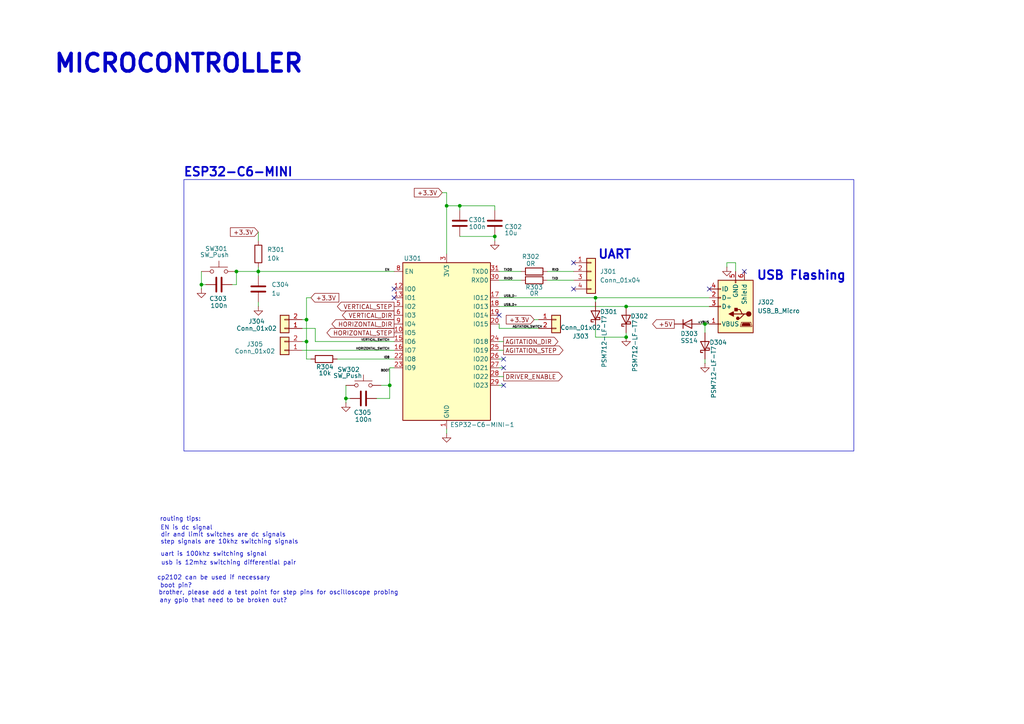
<source format=kicad_sch>
(kicad_sch (version 20250114) (generator "eeschema") (generator_version "9.0")
  (paper "A4")
  (lib_symbols
    (symbol "Connector:USB_B_Micro" (pin_names (offset 1.016))
      (property "Reference" "J" (at -5.08 11.43 0))
      (property "Value" "USB_B_Micro" (at -5.08 8.89 0))
      (symbol "USB_B_Micro_0_1"
        (rectangle (start -5.08 -7.62) (end 5.08 7.62) (stroke (width 0.254)) (fill (type background)))
        (polyline (pts (xy -4.699 5.842) (xy -4.699 5.588) (xy -4.445 4.826) (xy -4.445 4.572) (xy -1.651 4.572) (xy -1.651 4.826) (xy -1.397 5.588) (xy -1.397 5.842) (xy -4.699 5.842)))
        (polyline (pts (xy -4.318 5.588) (xy -1.778 5.588) (xy -2.032 4.826) (xy -4.064 4.826) (xy -4.318 5.588)) (fill (type outline)))
        (circle (center -3.81 2.159) (radius 0.635) (stroke (width 0.254)) (fill (type outline)))
        (polyline (pts (xy -3.175 2.159) (xy -2.54 2.159) (xy -1.27 3.429) (xy -0.635 3.429)) (stroke (width 0.254)))
        (polyline (pts (xy -2.54 2.159) (xy -1.905 2.159) (xy -1.27 0.889) (xy 0 0.889)) (stroke (width 0.254)))
        (polyline (pts (xy -1.905 2.159) (xy 0.635 2.159)) (stroke (width 0.254)))
        (circle (center -0.635 3.429) (radius 0.381) (stroke (width 0.254)) (fill (type outline)))
        (rectangle (start -0.127 -7.62) (end 0.127 -6.858))
        (rectangle (start 0.254 1.27) (end -0.508 0.508) (stroke (width 0.254)) (fill (type outline)))
        (polyline (pts (xy 0.635 2.794) (xy 0.635 1.524) (xy 1.905 2.159) (xy 0.635 2.794)) (stroke (width 0.254)) (fill (type outline)))
        (rectangle (start 5.08 4.953) (end 4.318 5.207))
        (rectangle (start 5.08 -0.127) (end 4.318 0.127))
        (rectangle (start 5.08 -2.667) (end 4.318 -2.413))
        (rectangle (start 5.08 -5.207) (end 4.318 -4.953))
      )
      (symbol "USB_B_Micro_1_1"
        (pin passive line (at -2.54 -10.16 90) (length 2.54) (name "Shield") (number "6"))
        (pin power_out line (at 0 -10.16 90) (length 2.54) (name "GND") (number "5"))
        (pin power_out line (at 7.62 5.08 180) (length 2.54) (name "VBUS") (number "1"))
        (pin bidirectional line (at 7.62 0 180) (length 2.54) (name "D+") (number "3"))
        (pin bidirectional line (at 7.62 -2.54 180) (length 2.54) (name "D-") (number "2"))
        (pin passive line (at 7.62 -5.08 180) (length 2.54) (name "ID") (number "4"))
      )
    )
    (symbol "Connector_Generic:Conn_01x02" (pin_names (offset 1.016) (hide yes))
      (property "Reference" "J" (at 0 2.54 0))
      (property "Value" "Conn_01x02" (at 0 -5.08 0))
      (symbol "Conn_01x02_1_1"
        (rectangle (start -1.27 1.27) (end 1.27 -3.81) (stroke (width 0.254)) (fill (type background)))
        (rectangle (start -1.27 0.127) (end 0 -0.127) (stroke (width 0.1524)))
        (rectangle (start -1.27 -2.413) (end 0 -2.667) (stroke (width 0.1524)))
        (pin passive line (at -5.08 0 0) (length 3.81) (name "Pin_1") (number "1"))
        (pin passive line (at -5.08 -2.54 0) (length 3.81) (name "Pin_2") (number "2"))
      )
    )
    (symbol "Connector_Generic:Conn_01x04" (pin_names (offset 1.016) (hide yes))
      (property "Reference" "J" (at 0 5.08 0))
      (property "Value" "Conn_01x04" (at 0 -7.62 0))
      (symbol "Conn_01x04_1_1"
        (rectangle (start -1.27 3.81) (end 1.27 -6.35) (stroke (width 0.254)) (fill (type background)))
        (rectangle (start -1.27 2.667) (end 0 2.413) (stroke (width 0.1524)))
        (rectangle (start -1.27 0.127) (end 0 -0.127) (stroke (width 0.1524)))
        (rectangle (start -1.27 -2.413) (end 0 -2.667) (stroke (width 0.1524)))
        (rectangle (start -1.27 -4.953) (end 0 -5.207) (stroke (width 0.1524)))
        (pin passive line (at -5.08 2.54 0) (length 3.81) (name "Pin_1") (number "1"))
        (pin passive line (at -5.08 0 0) (length 3.81) (name "Pin_2") (number "2"))
        (pin passive line (at -5.08 -2.54 0) (length 3.81) (name "Pin_3") (number "3"))
        (pin passive line (at -5.08 -5.08 0) (length 3.81) (name "Pin_4") (number "4"))
      )
    )
    (symbol "Device:C" (pin_numbers (hide yes)) (pin_names (offset 0.254))
      (property "Reference" "C" (at 0.635 2.54 0))
      (property "Value" "C" (at 0.635 -2.54 0))
      (symbol "C_0_1"
        (polyline (pts (xy -2.032 0.762) (xy 2.032 0.762)) (stroke (width 0.508)))
        (polyline (pts (xy -2.032 -0.762) (xy 2.032 -0.762)) (stroke (width 0.508)))
      )
      (symbol "C_1_1"
        (pin passive line (at 0 3.81 270) (length 2.794) (name "~") (number "1"))
        (pin passive line (at 0 -3.81 90) (length 2.794) (name "~") (number "2"))
      )
    )
    (symbol "Device:D" (pin_numbers (hide yes)) (pin_names (offset 1.016) (hide yes))
      (property "Reference" "D" (at 0 2.54 0))
      (property "Value" "D" (at 0 -2.54 0))
      (symbol "D_0_1"
        (polyline (pts (xy -1.27 1.27) (xy -1.27 -1.27)) (stroke (width 0.254)))
        (polyline (pts (xy 1.27 1.27) (xy 1.27 -1.27) (xy -1.27 0) (xy 1.27 1.27)) (stroke (width 0.254)))
        (polyline (pts (xy 1.27 0) (xy -1.27 0)))
      )
      (symbol "D_1_1"
        (pin passive line (at -3.81 0 0) (length 2.54) (name "K") (number "1"))
        (pin passive line (at 3.81 0 180) (length 2.54) (name "A") (number "2"))
      )
    )
    (symbol "Device:D_Schottky" (pin_numbers (hide yes)) (pin_names (offset 1.016) (hide yes))
      (property "Reference" "D" (at 0 2.54 0))
      (property "Value" "D_Schottky" (at 0 -2.54 0))
      (symbol "D_Schottky_0_1"
        (polyline (pts (xy -1.905 0.635) (xy -1.905 1.27) (xy -1.27 1.27) (xy -1.27 -1.27) (xy -0.635 -1.27) (xy -0.635 -0.635)) (stroke (width 0.254)))
        (polyline (pts (xy 1.27 1.27) (xy 1.27 -1.27) (xy -1.27 0) (xy 1.27 1.27)) (stroke (width 0.254)))
        (polyline (pts (xy 1.27 0) (xy -1.27 0)))
      )
      (symbol "D_Schottky_1_1"
        (pin passive line (at -3.81 0 0) (length 2.54) (name "K") (number "1"))
        (pin passive line (at 3.81 0 180) (length 2.54) (name "A") (number "2"))
      )
    )
    (symbol "Device:R" (pin_numbers (hide yes)) (pin_names (offset 0))
      (property "Reference" "R" (at 2.032 0 90))
      (property "Value" "R" (at 0 0 90))
      (symbol "R_0_1"
        (rectangle (start -1.016 -2.54) (end 1.016 2.54) (stroke (width 0.254)))
      )
      (symbol "R_1_1"
        (pin passive line (at 0 3.81 270) (length 1.27) (name "~") (number "1"))
        (pin passive line (at 0 -3.81 90) (length 1.27) (name "~") (number "2"))
      )
    )
    (symbol "RF_Module:ESP32-C6-MINI-1"
      (property "Reference" "U" (at -11.43 24.13 0))
      (property "Value" "ESP32-C6-MINI-1" (at 12.7 24.13 0))
      (symbol "ESP32-C6-MINI-1_0_1"
        (rectangle (start -12.7 22.86) (end 12.7 -22.86) (stroke (width 0.254)) (fill (type background)))
      )
      (symbol "ESP32-C6-MINI-1_1_1"
        (pin input line (at -15.24 20.32 0) (length 2.54) (name "EN") (number "8"))
        (pin bidirectional line (at -15.24 15.24 0) (length 2.54) (name "IO0") (number "12"))
        (pin bidirectional line (at -15.24 12.7 0) (length 2.54) (name "IO1") (number "13"))
        (pin bidirectional line (at -15.24 10.16 0) (length 2.54) (name "IO2") (number "5"))
        (pin bidirectional line (at -15.24 7.62 0) (length 2.54) (name "IO3") (number "6"))
        (pin bidirectional line (at -15.24 5.08 0) (length 2.54) (name "IO4") (number "9"))
        (pin bidirectional line (at -15.24 2.54 0) (length 2.54) (name "IO5") (number "10"))
        (pin bidirectional line (at -15.24 0 0) (length 2.54) (name "IO6") (number "15"))
        (pin bidirectional line (at -15.24 -2.54 0) (length 2.54) (name "IO7") (number "16"))
        (pin bidirectional line (at -15.24 -5.08 0) (length 2.54) (name "IO8") (number "22"))
        (pin bidirectional line (at -15.24 -7.62 0) (length 2.54) (name "IO9") (number "23"))
        (pin no_connect line (at -12.7 -12.7 0) (length 2.54) (hide yes) (name "NC") (number "32"))
        (pin no_connect line (at -12.7 -15.24 0) (length 2.54) (hide yes) (name "NC") (number "33"))
        (pin no_connect line (at -12.7 -17.78 0) (length 2.54) (hide yes) (name "NC") (number "34"))
        (pin no_connect line (at -12.7 -20.32 0) (length 2.54) (hide yes) (name "NC") (number "35"))
        (pin power_in line (at 0 25.4 270) (length 2.54) (name "3V3") (number "3"))
        (pin power_in line (at 0 -25.4 90) (length 2.54) (name "GND") (number "1"))
        (pin passive line (at 0 -25.4 90) (length 2.54) (hide yes) (name "GND") (number "11"))
        (pin passive line (at 0 -25.4 90) (length 2.54) (hide yes) (name "GND") (number "14"))
        (pin passive line (at 0 -25.4 90) (length 2.54) (hide yes) (name "GND") (number "2"))
        (pin passive line (at 0 -25.4 90) (length 2.54) (hide yes) (name "GND") (number "36"))
        (pin passive line (at 0 -25.4 90) (length 2.54) (hide yes) (name "GND") (number "37"))
        (pin passive line (at 0 -25.4 90) (length 2.54) (hide yes) (name "GND") (number "38"))
        (pin passive line (at 0 -25.4 90) (length 2.54) (hide yes) (name "GND") (number "39"))
        (pin passive line (at 0 -25.4 90) (length 2.54) (hide yes) (name "GND") (number "40"))
        (pin passive line (at 0 -25.4 90) (length 2.54) (hide yes) (name "GND") (number "41"))
        (pin passive line (at 0 -25.4 90) (length 2.54) (hide yes) (name "GND") (number "42"))
        (pin passive line (at 0 -25.4 90) (length 2.54) (hide yes) (name "GND") (number "43"))
        (pin passive line (at 0 -25.4 90) (length 2.54) (hide yes) (name "GND") (number "44"))
        (pin passive line (at 0 -25.4 90) (length 2.54) (hide yes) (name "GND") (number "45"))
        (pin passive line (at 0 -25.4 90) (length 2.54) (hide yes) (name "GND") (number "46"))
        (pin passive line (at 0 -25.4 90) (length 2.54) (hide yes) (name "GND") (number "47"))
        (pin passive line (at 0 -25.4 90) (length 2.54) (hide yes) (name "GND") (number "48"))
        (pin passive line (at 0 -25.4 90) (length 2.54) (hide yes) (name "GND") (number "49"))
        (pin passive line (at 0 -25.4 90) (length 2.54) (hide yes) (name "GND") (number "50"))
        (pin passive line (at 0 -25.4 90) (length 2.54) (hide yes) (name "GND") (number "51"))
        (pin passive line (at 0 -25.4 90) (length 2.54) (hide yes) (name "GND") (number "52"))
        (pin passive line (at 0 -25.4 90) (length 2.54) (hide yes) (name "GND") (number "53"))
        (pin no_connect line (at 12.7 -15.24 180) (length 2.54) (hide yes) (name "NC") (number "4"))
        (pin no_connect line (at 12.7 -17.78 180) (length 2.54) (hide yes) (name "NC") (number "7"))
        (pin no_connect line (at 12.7 -20.32 180) (length 2.54) (hide yes) (name "NC") (number "21"))
        (pin bidirectional line (at 15.24 20.32 180) (length 2.54) (name "TXD0") (number "31"))
        (pin bidirectional line (at 15.24 17.78 180) (length 2.54) (name "RXD0") (number "30"))
        (pin bidirectional line (at 15.24 12.7 180) (length 2.54) (name "IO12") (number "17"))
        (pin bidirectional line (at 15.24 10.16 180) (length 2.54) (name "IO13") (number "18"))
        (pin bidirectional line (at 15.24 7.62 180) (length 2.54) (name "IO14") (number "19"))
        (pin bidirectional line (at 15.24 5.08 180) (length 2.54) (name "IO15") (number "20"))
        (pin bidirectional line (at 15.24 0 180) (length 2.54) (name "IO18") (number "24"))
        (pin bidirectional line (at 15.24 -2.54 180) (length 2.54) (name "IO19") (number "25"))
        (pin bidirectional line (at 15.24 -5.08 180) (length 2.54) (name "IO20") (number "26"))
        (pin bidirectional line (at 15.24 -7.62 180) (length 2.54) (name "IO21") (number "27"))
        (pin bidirectional line (at 15.24 -10.16 180) (length 2.54) (name "IO22") (number "28"))
        (pin bidirectional line (at 15.24 -12.7 180) (length 2.54) (name "IO23") (number "29"))
      )
    )
    (symbol "Switch:SW_Push" (pin_numbers (hide yes)) (pin_names (offset 1.016) (hide yes))
      (property "Reference" "SW" (at 1.27 2.54 0))
      (property "Value" "SW_Push" (at 0 -1.524 0))
      (symbol "SW_Push_0_1"
        (circle (center -2.032 0) (radius 0.508))
        (polyline (pts (xy 0 1.27) (xy 0 3.048)))
        (circle (center 2.032 0) (radius 0.508))
        (polyline (pts (xy 2.54 1.27) (xy -2.54 1.27)))
        (pin passive line (at -5.08 0 0) (length 2.54) (name "1") (number "1"))
        (pin passive line (at 5.08 0 180) (length 2.54) (name "2") (number "2"))
      )
    )
    (symbol "power:GND" (power) (pin_numbers (hide yes)) (pin_names (offset 0) (hide yes))
      (property "Value" "GND" (at 0 -3.81 0))
      (symbol "GND_0_1"
        (polyline (pts (xy 0 0) (xy 0 -1.27) (xy 1.27 -1.27) (xy 0 -2.54) (xy -1.27 -1.27) (xy 0 -1.27)))
      )
      (symbol "GND_1_1"
        (pin power_in line (at 0 0 270) (length 0) (name "~") (number "1"))
      )
    )
  )
  (rectangle (start 53.34 52.07) (end 247.65 130.81))
  (text "MICROCONTROLLER" (at 51.816 18.542 0) (effects (font (size 5.08 5.08) (thickness 1.016) (bold yes))))
  (text "any gpio that need to be broken out?" (at 64.77 174.244 0) (effects (font (size 1.27 1.27))))
  (text "UART" (at 178.308 73.914 0) (effects (font (size 2.54 2.54) (thickness 0.508) (bold yes))))
  (text "dir and limit switches are dc signals" (at 64.77 155.194 0) (effects (font (size 1.27 1.27))))
  (text "cp2102 can be used if necessary" (at 61.976 167.64 0) (effects (font (size 1.27 1.27))))
  (text "USB Flashing" (at 232.41 80.01 0) (effects (font (size 2.54 2.54) (thickness 0.508) (bold yes))))
  (text "routing tips:" (at 52.324 150.622 0) (effects (font (size 1.27 1.27))))
  (text "ESP32-C6-MINI" (at 69.088 50.038 0) (effects (font (size 2.54 2.54) (thickness 0.508) (bold yes))))
  (text "EN is dc signal" (at 54.102 153.162 0) (effects (font (size 1.27 1.27))))
  (text "step signals are 10khz switching signals" (at 66.548 157.226 0) (effects (font (size 1.27 1.27))))
  (text "boot pin?" (at 51.054 169.926 0) (effects (font (size 1.27 1.27))))
  (text "brother, please add a test point for step pins for oscilloscope probing" (at 80.772 171.958 0) (effects (font (size 1.27 1.27))))
  (text "usb is 12mhz switching differential pair" (at 66.294 163.322 0) (effects (font (size 1.27 1.27))))
  (text "uart is 100khz switching signal" (at 61.976 160.782 0) (effects (font (size 1.27 1.27))))
  (junction (at 58.42 82.55))
  (junction (at 172.72 86.36))
  (junction (at 204.47 93.98))
  (junction (at 133.35 59.69))
  (junction (at 88.9 99.06))
  (junction (at 181.61 97.79))
  (junction (at 88.9 92.71))
  (junction (at 129.54 59.69))
  (junction (at 143.51 68.58))
  (junction (at 181.61 88.9))
  (junction (at 113.03 111.76))
  (junction (at 68.58 78.74))
  (junction (at 74.93 78.74))
  (junction (at 100.33 115.57))
  (no_connect (at 146.05 106.68))
  (no_connect (at 166.37 76.2))
  (no_connect (at 114.3 83.82))
  (no_connect (at 215.9 78.74))
  (no_connect (at 144.78 91.44))
  (no_connect (at 146.05 104.14))
  (no_connect (at 146.05 111.76))
  (no_connect (at 205.74 83.82))
  (no_connect (at 166.37 83.82))
  (no_connect (at 114.3 86.36))
  (wire (pts (xy 67.31 82.55) (xy 68.58 82.55)))
  (wire (pts (xy 210.82 76.2) (xy 210.82 77.47)))
  (wire (pts (xy 87.63 99.06) (xy 88.9 99.06)))
  (wire (pts (xy 88.9 86.36) (xy 88.9 92.71)))
  (wire (pts (xy 113.03 111.76) (xy 113.03 115.57)))
  (wire (pts (xy 74.93 78.74) (xy 114.3 78.74)))
  (wire (pts (xy 158.75 81.28) (xy 166.37 81.28)))
  (wire (pts (xy 97.79 104.14) (xy 114.3 104.14)))
  (wire (pts (xy 88.9 104.14) (xy 88.9 99.06)))
  (wire (pts (xy 91.44 99.06) (xy 91.44 95.25)))
  (wire (pts (xy 129.54 55.88) (xy 129.54 59.69)))
  (wire (pts (xy 58.42 82.55) (xy 58.42 83.82)))
  (wire (pts (xy 144.78 95.25) (xy 156.21 95.25)))
  (wire (pts (xy 129.54 73.66) (xy 129.54 59.69)))
  (wire (pts (xy 114.3 106.68) (xy 113.03 106.68)))
  (wire (pts (xy 68.58 78.74) (xy 74.93 78.74)))
  (wire (pts (xy 144.78 101.6) (xy 146.05 101.6)))
  (wire (pts (xy 213.36 78.74) (xy 213.36 76.2)))
  (wire (pts (xy 204.47 93.98) (xy 204.47 96.52)))
  (wire (pts (xy 154.94 92.71) (xy 156.21 92.71)))
  (wire (pts (xy 172.72 86.36) (xy 205.74 86.36)))
  (wire (pts (xy 74.93 78.74) (xy 74.93 80.01)))
  (wire (pts (xy 87.63 92.71) (xy 88.9 92.71)))
  (wire (pts (xy 91.44 95.25) (xy 87.63 95.25)))
  (wire (pts (xy 144.78 106.68) (xy 146.05 106.68)))
  (wire (pts (xy 113.03 111.76) (xy 110.49 111.76)))
  (wire (pts (xy 144.78 99.06) (xy 146.05 99.06)))
  (wire (pts (xy 113.03 106.68) (xy 113.03 111.76)))
  (wire (pts (xy 143.51 60.96) (xy 143.51 59.69)))
  (wire (pts (xy 113.03 115.57) (xy 109.22 115.57)))
  (wire (pts (xy 144.78 78.74) (xy 151.13 78.74)))
  (wire (pts (xy 91.44 99.06) (xy 114.3 99.06)))
  (wire (pts (xy 213.36 76.2) (xy 210.82 76.2)))
  (wire (pts (xy 133.35 59.69) (xy 133.35 60.96)))
  (wire (pts (xy 172.72 97.79) (xy 181.61 97.79)))
  (wire (pts (xy 181.61 88.9) (xy 205.74 88.9)))
  (wire (pts (xy 74.93 77.47) (xy 74.93 78.74)))
  (wire (pts (xy 100.33 115.57) (xy 100.33 111.76)))
  (wire (pts (xy 59.69 82.55) (xy 58.42 82.55)))
  (wire (pts (xy 133.35 59.69) (xy 129.54 59.69)))
  (wire (pts (xy 74.93 67.31) (xy 74.93 69.85)))
  (wire (pts (xy 181.61 96.52) (xy 181.61 97.79)))
  (wire (pts (xy 143.51 59.69) (xy 133.35 59.69)))
  (wire (pts (xy 144.78 104.14) (xy 146.05 104.14)))
  (wire (pts (xy 129.54 124.46) (xy 129.54 125.73)))
  (wire (pts (xy 87.63 101.6) (xy 114.3 101.6)))
  (wire (pts (xy 204.47 93.98) (xy 205.74 93.98)))
  (wire (pts (xy 143.51 68.58) (xy 143.51 69.85)))
  (wire (pts (xy 101.6 115.57) (xy 100.33 115.57)))
  (wire (pts (xy 144.78 111.76) (xy 146.05 111.76)))
  (wire (pts (xy 128.27 55.88) (xy 129.54 55.88)))
  (wire (pts (xy 158.75 78.74) (xy 166.37 78.74)))
  (wire (pts (xy 88.9 104.14) (xy 90.17 104.14)))
  (wire (pts (xy 68.58 82.55) (xy 68.58 78.74)))
  (wire (pts (xy 74.93 87.63) (xy 74.93 88.9)))
  (wire (pts (xy 144.78 86.36) (xy 172.72 86.36)))
  (wire (pts (xy 88.9 86.36) (xy 90.17 86.36)))
  (wire (pts (xy 144.78 81.28) (xy 151.13 81.28)))
  (wire (pts (xy 172.72 95.25) (xy 172.72 97.79)))
  (wire (pts (xy 204.47 104.14) (xy 204.47 105.41)))
  (wire (pts (xy 144.78 109.22) (xy 146.05 109.22)))
  (wire (pts (xy 133.35 68.58) (xy 143.51 68.58)))
  (wire (pts (xy 144.78 88.9) (xy 181.61 88.9)))
  (wire (pts (xy 58.42 82.55) (xy 58.42 78.74)))
  (wire (pts (xy 203.2 93.98) (xy 204.47 93.98)))
  (wire (pts (xy 88.9 92.71) (xy 88.9 99.06)))
  (wire (pts (xy 144.78 93.98) (xy 144.78 95.25)))
  (wire (pts (xy 172.72 86.36) (xy 172.72 87.63)))
  (wire (pts (xy 100.33 115.57) (xy 100.33 116.84)))
  (label "AGITATION_SWITCH" (at 148.59 95.25 0) (effects (font (size 0.635 0.635))))
  (label "VERTICAL_SWITCH" (at 113.03 99.06 180) (effects (font (size 0.635 0.635))))
  (label "+VBUS" (at 205.74 93.98 180) (effects (font (size 0.635 0.635))))
  (label "USB_D+" (at 146.05 88.9 0) (effects (font (size 0.635 0.635))))
  (label "HORIZONTAL_SWITCH" (at 113.03 101.6 180) (effects (font (size 0.635 0.635))))
  (label "BOOT" (at 113.03 107.95 180) (effects (font (size 0.635 0.635))))
  (label "TXD0" (at 146.05 78.74 0) (effects (font (size 0.635 0.635))))
  (label "IO8" (at 113.03 104.14 180) (effects (font (size 0.635 0.635))))
  (label "RXD" (at 160.02 78.74 0) (effects (font (size 0.635 0.635))))
  (label "RXD0" (at 146.05 81.28 0) (effects (font (size 0.635 0.635))))
  (label "EN" (at 113.03 78.74 180) (effects (font (size 0.635 0.635))))
  (label "USB_D-" (at 146.05 86.36 0) (effects (font (size 0.635 0.635))))
  (label "TXD" (at 160.02 81.28 0) (effects (font (size 0.635 0.635))))
  (global_label "+3.3V" (shape input) (at 90.17 86.36 0) (property "Intersheetrefs" "${INTERSHEET_REFS}" (effects (hide yes))))
  (global_label "DRIVER_ENABLE" (shape output) (at 146.05 109.22 0) (property "Intersheetrefs" "${INTERSHEET_REFS}" (effects (hide yes))))
  (global_label "HORIZONTAL_DIR" (shape output) (at 114.3 93.98 180) (property "Intersheetrefs" "${INTERSHEET_REFS}" (effects (hide yes))))
  (global_label "+3.3V" (shape input) (at 128.27 55.88 180) (property "Intersheetrefs" "${INTERSHEET_REFS}" (effects (hide yes))))
  (global_label "HORIZONTAL_STEP" (shape output) (at 114.3 96.52 180) (property "Intersheetrefs" "${INTERSHEET_REFS}" (effects (hide yes))))
  (global_label "+3.3V" (shape input) (at 154.94 92.71 180) (property "Intersheetrefs" "${INTERSHEET_REFS}" (effects (hide yes))))
  (global_label "VERTICAL_DIR" (shape output) (at 114.3 91.44 180) (property "Intersheetrefs" "${INTERSHEET_REFS}" (effects (hide yes))))
  (global_label "AGITATION_STEP" (shape output) (at 146.05 101.6 0) (property "Intersheetrefs" "${INTERSHEET_REFS}" (effects (hide yes))))
  (global_label "AGITATION_DIR" (shape output) (at 146.05 99.06 0) (property "Intersheetrefs" "${INTERSHEET_REFS}" (effects (hide yes))))
  (global_label "+5V" (shape output) (at 195.58 93.98 180) (property "Intersheetrefs" "${INTERSHEET_REFS}" (effects (hide yes))))
  (global_label "VERTICAL_STEP" (shape output) (at 114.3 88.9 180) (property "Intersheetrefs" "${INTERSHEET_REFS}" (effects (hide yes))))
  (global_label "+3.3V" (shape input) (at 74.93 67.31 180) (property "Intersheetrefs" "${INTERSHEET_REFS}" (effects (hide yes))))
  (symbol (lib_id "Device:R") (at 154.94 78.74 90) (unit 1)
    (property "Reference" "R302" (at 153.924 74.422 90))
    (property "Value" "0R" (at 153.924 76.454 90))
    (property "Footprint" "Resistor_SMD:R_0603_1608Metric" (effects (hide yes)))
    (property "Description" "Resistor" (effects (hide yes)))
    (property "Manufacturer" "UNI-ROYAL(Uniroyal Elec)" (effects (hide yes)))
    (property "MPN" "0603WAF0000T5E" (effects (hide yes)))
    (property "LCSC Part Number" "C21189" (effects (hide yes)))
  )
  (symbol (lib_id "Device:C") (at 74.93 83.82 0) (unit 1)
    (property "Reference" "C304" (at 78.74 82.5499 0) (effects (justify left)))
    (property "Value" "1u" (at 78.74 85.0899 0) (effects (justify left)))
    (property "Footprint" "Capacitor_SMD:C_0402_1005Metric" (effects (hide yes)))
    (property "Description" "Unpolarized capacitor" (effects (hide yes)))
    (property "Manufacturer" "Samsung Electro-Mechanics" (effects (hide yes)))
    (property "MPN" "CL05A105KA5NQNC" (effects (hide yes)))
    (property "LCSC Part Number" "C52923" (effects (hide yes)))
  )
  (symbol (lib_id "Device:D_Schottky") (at 181.61 92.71 90) (unit 1)
    (property "Reference" "D302" (at 182.88 91.694 90) (effects (justify right)))
    (property "Value" "PSM712-LF-T7" (at 184.15 92.71 0) (effects (justify right)))
    (property "Footprint" "Package_TO_SOT_SMD:SOT-23" (effects (hide yes)))
    (property "Description" "Schottky diode" (effects (hide yes)))
    (property "Manufacturer" "ProTek Devices" (effects (hide yes)))
    (property "MPN" "PSM712-LF-T7" (effects (hide yes)))
    (property "LCSC Part Number" "C32677" (effects (hide yes)))
  )
  (symbol (lib_id "Device:R") (at 154.94 81.28 90) (unit 1)
    (property "Reference" "R303" (at 154.94 83.312 90))
    (property "Value" "0R" (at 154.94 85.09 90))
    (property "Footprint" "Resistor_SMD:R_0603_1608Metric" (effects (hide yes)))
    (property "Description" "Resistor" (effects (hide yes)))
    (property "Manufacturer" "UNI-ROYAL(Uniroyal Elec)" (effects (hide yes)))
    (property "MPN" "0603WAF0000T5E" (effects (hide yes)))
    (property "LCSC Part Number" "C21189" (effects (hide yes)))
  )
  (symbol (lib_id "power:GND") (at 210.82 77.47 0) (unit 1)
    (property "Reference" "#PWR0305" (effects (hide yes)))
    (property "Value" "GND" (effects (hide yes)))
    (property "Description" "Power symbol creates a global label with name \"GND\" , ground" (effects (hide yes)))
  )
  (symbol (lib_id "Device:C") (at 133.35 64.77 180) (unit 1)
    (property "Reference" "C301" (at 138.43 63.754 0))
    (property "Value" "100n" (at 138.43 65.786 0))
    (property "Footprint" "Capacitor_SMD:C_0402_1005Metric" (effects (hide yes)))
    (property "Description" "Unpolarized capacitor" (effects (hide yes)))
    (property "Manufacturer" "Samsung Electro-Mechanics" (effects (hide yes)))
    (property "MPN" "CL05B104KO5NNNC" (effects (hide yes)))
    (property "LCSC Part Number" "C1525" (effects (hide yes)))
  )
  (symbol (lib_id "power:GND") (at 204.47 105.41 0) (unit 1)
    (property "Reference" "#PWR0312" (effects (hide yes)))
    (property "Value" "GND" (effects (hide yes)))
    (property "Description" "Power symbol creates a global label with name \"GND\" , ground" (effects (hide yes)))
  )
  (symbol (lib_id "Switch:SW_Push") (at 105.41 111.76 0) (unit 1)
    (property "Reference" "SW302" (at 101.092 107.188 0))
    (property "Value" "SW_Push" (at 100.838 108.966 0))
    (property "Footprint" "Button_Switch_SMD:SW_Push_1P1T_XKB_TS-1187A" (effects (hide yes)))
    (property "Description" "Push button switch, generic, two pins" (effects (hide yes)))
    (property "Manufacturer" "XKB Connection" (effects (hide yes)))
    (property "MPN" "TS-1187A-B-A-B" (effects (hide yes)))
    (property "LCSC Part Number" "C318884" (effects (hide yes)))
  )
  (symbol (lib_id "Device:R") (at 74.93 73.66 0) (unit 1)
    (property "Reference" "R301" (at 77.47 72.3899 0) (effects (justify left)))
    (property "Value" "10k" (at 77.47 74.9299 0) (effects (justify left)))
    (property "Footprint" "Resistor_SMD:R_0603_1608Metric" (effects (hide yes)))
    (property "Description" "Resistor" (effects (hide yes)))
    (property "Manufacturer" "UNI-ROYAL(Uniroyal Elec)" (effects (hide yes)))
    (property "MPN" "0603WAF1002T5E" (effects (hide yes)))
    (property "LCSC Part Number" "C25804" (effects (hide yes)))
  )
  (symbol (lib_id "Connector_Generic:Conn_01x02") (at 82.55 95.25 180) (unit 1) (in_bom no)
    (property "Reference" "J304" (at 74.422 93.218 0))
    (property "Value" "Conn_01x02" (at 74.422 95.25 0))
    (property "Footprint" "Connector_PinHeader_2.54mm:PinHeader_1x02_P2.54mm_Vertical" (effects (hide yes)))
    (property "Description" "Generic connector, single row, 01x02, script generated (kicad-library-utils/schlib/autogen/connector/)" (effects (hide yes)))
  )
  (symbol (lib_id "Device:R") (at 93.98 104.14 90) (unit 1)
    (property "Reference" "R304" (at 94.234 106.426 90))
    (property "Value" "10k" (at 94.234 108.204 90))
    (property "Footprint" "Resistor_SMD:R_0603_1608Metric" (effects (hide yes)))
    (property "Description" "Resistor" (effects (hide yes)))
    (property "Manufacturer" "UNI-ROYAL(Uniroyal Elec)" (effects (hide yes)))
    (property "MPN" "0603WAF1002T5E" (effects (hide yes)))
    (property "LCSC Part Number" "C25804" (effects (hide yes)))
  )
  (symbol (lib_id "Device:C") (at 105.41 115.57 90) (unit 1)
    (property "Reference" "C305" (at 105.156 119.634 90))
    (property "Value" "100n" (at 105.41 121.666 90))
    (property "Footprint" "Capacitor_SMD:C_0402_1005Metric" (effects (hide yes)))
    (property "Description" "Unpolarized capacitor" (effects (hide yes)))
    (property "Manufacturer" "Samsung Electro-Mechanics" (effects (hide yes)))
    (property "MPN" "CL05B104KO5NNNC" (effects (hide yes)))
    (property "LCSC Part Number" "C1525" (effects (hide yes)))
  )
  (symbol (lib_id "Connector:USB_B_Micro") (at 213.36 88.9 180) (unit 1)
    (property "Reference" "J302" (at 219.71 87.6299 0) (effects (justify right)))
    (property "Value" "USB_B_Micro" (at 219.71 90.1699 0) (effects (justify right)))
    (property "Footprint" "Connector_USB:USB_Micro-B_Molex-105017-0001" (effects (hide yes)))
    (property "Description" "USB Micro Type B connector" (effects (hide yes)))
    (property "Manufacturer" "SHOU HAN" (effects (hide yes)))
    (property "MPN" "MicroXNJ" (effects (hide yes)))
    (property "LCSC Part Number" "C404969" (effects (hide yes)))
  )
  (symbol (lib_id "RF_Module:ESP32-C6-MINI-1") (at 129.54 99.06 0) (unit 1)
    (property "Reference" "U301" (at 117.094 74.93 0) (effects (justify left)))
    (property "Value" "ESP32-C6-MINI-1" (at 130.556 123.19 0) (effects (justify left)))
    (property "Footprint" "Espressif:ESP32-C6-MINI-1U" (effects (hide yes)))
    (property "Datasheet" "https://www.espressif.com/sites/default/files/documentation/esp32-c6-mini-1_mini-1u_datasheet_en.pdf" (effects (hide yes)))
    (property "Description" "RF Module, ESP32-C6 SoC, Wi-Fi 802.11b/g/n/ax, Bluetooth, BLE, Zigbee, Thread, 32-bit, 3.3V, SMD, onboard antenna" (effects (hide yes)))
    (property "Manufacturer" "Espressif Systems" (effects (hide yes)))
    (property "MPN" "ESP32-C6-MINI-1U-H4" (effects (hide yes)))
    (property "LCSC Part Number" "C20627095" (effects (hide yes)))
  )
  (symbol (lib_id "Device:D_Schottky") (at 172.72 91.44 90) (unit 1)
    (property "Reference" "D301" (at 173.99 90.424 90) (effects (justify right)))
    (property "Value" "PSM712-LF-T7" (at 175.26 91.44 0) (effects (justify right)))
    (property "Footprint" "Package_TO_SOT_SMD:SOT-23" (effects (hide yes)))
    (property "Description" "Schottky diode" (effects (hide yes)))
    (property "Manufacturer" "ProTek Devices" (effects (hide yes)))
    (property "MPN" "PSM712-LF-T7" (effects (hide yes)))
    (property "LCSC Part Number" "C32677" (effects (hide yes)))
  )
  (symbol (lib_id "Device:D_Schottky") (at 204.47 100.33 90) (unit 1)
    (property "Reference" "D304" (at 205.74 99.314 90) (effects (justify right)))
    (property "Value" "PSM712-LF-T7" (at 207.01 100.33 0) (effects (justify right)))
    (property "Footprint" "Package_TO_SOT_SMD:SOT-23" (effects (hide yes)))
    (property "Description" "Schottky diode" (effects (hide yes)))
    (property "Manufacturer" "ProTek Devices" (effects (hide yes)))
    (property "MPN" "PSM712-LF-T7" (effects (hide yes)))
    (property "LCSC Part Number" "C32677" (effects (hide yes)))
  )
  (symbol (lib_id "power:GND") (at 74.93 88.9 0) (unit 1)
    (property "Reference" "#PWR0308" (effects (hide yes)))
    (property "Value" "GND" (effects (hide yes)))
    (property "Description" "Power symbol creates a global label with name \"GND\" , ground" (effects (hide yes)))
  )
  (symbol (lib_id "power:GND") (at 58.42 83.82 0) (unit 1)
    (property "Reference" "#PWR0307" (effects (hide yes)))
    (property "Value" "GND" (effects (hide yes)))
    (property "Description" "Power symbol creates a global label with name \"GND\" , ground" (effects (hide yes)))
  )
  (symbol (lib_id "power:GND") (at 181.61 97.79 0) (unit 1)
    (property "Reference" "#PWR0311" (effects (hide yes)))
    (property "Value" "GND" (effects (hide yes)))
    (property "Description" "Power symbol creates a global label with name \"GND\" , ground" (effects (hide yes)))
  )
  (symbol (lib_id "Connector_Generic:Conn_01x02") (at 82.55 101.6 180) (unit 1) (in_bom no)
    (property "Reference" "J305" (at 73.914 99.822 0))
    (property "Value" "Conn_01x02" (at 73.914 101.854 0))
    (property "Footprint" "Connector_PinHeader_2.54mm:PinHeader_1x02_P2.54mm_Vertical" (effects (hide yes)))
    (property "Description" "Generic connector, single row, 01x02, script generated (kicad-library-utils/schlib/autogen/connector/)" (effects (hide yes)))
  )
  (symbol (lib_id "power:GND") (at 100.33 116.84 0) (unit 1)
    (property "Reference" "#PWR0313" (effects (hide yes)))
    (property "Value" "GND" (effects (hide yes)))
    (property "Description" "Power symbol creates a global label with name \"GND\" , ground" (effects (hide yes)))
  )
  (symbol (lib_id "power:GND") (at 143.51 69.85 0) (unit 1)
    (property "Reference" "#PWR0303" (effects (hide yes)))
    (property "Value" "GND" (effects (hide yes)))
    (property "Description" "Power symbol creates a global label with name \"GND\" , ground" (effects (hide yes)))
  )
  (symbol (lib_id "Device:D") (at 199.39 93.98 0) (unit 1)
    (property "Reference" "D303" (at 199.898 96.774 0))
    (property "Value" "SS14" (at 199.898 98.806 0))
    (property "Footprint" "Diode_SMD:D_SMA" (effects (hide yes)))
    (property "Description" "Diode" (effects (hide yes)))
    (property "Sim.Device" "D" (effects (hide yes)))
    (property "Sim.Pins" "1=K 2=A" (effects (hide yes)))
    (property "Manufacturer" "MDD(Microdiode Semiconductor)" (effects (hide yes)))
    (property "MPN" "SS14" (effects (hide yes)))
    (property "LCSC Part Number" "C2480" (effects (hide yes)))
  )
  (symbol (lib_id "Device:C") (at 143.51 64.77 0) (unit 1)
    (property "Reference" "C302" (at 146.304 65.786 0) (effects (justify left)))
    (property "Value" "10u" (at 146.304 67.564 0) (effects (justify left)))
    (property "Footprint" "Capacitor_SMD:C_0603_1608Metric" (effects (hide yes)))
    (property "Description" "Unpolarized capacitor" (effects (hide yes)))
    (property "Manufacturer" "Samsung Electro-Mechanics" (effects (hide yes)))
    (property "MPN" "CL10A106MA8NRNC" (effects (hide yes)))
    (property "LCSC Part Number" "C96446" (effects (hide yes)))
  )
  (symbol (lib_id "Connector_Generic:Conn_01x04") (at 171.45 78.74 0) (unit 1) (in_bom no)
    (property "Reference" "J301" (at 173.99 78.7399 0) (effects (justify left)))
    (property "Value" "Conn_01x04" (at 173.99 81.2799 0) (effects (justify left)))
    (property "Footprint" "Connector_PinHeader_2.54mm:PinHeader_1x04_P2.54mm_Vertical" (effects (hide yes)))
    (property "Description" "Generic connector, single row, 01x04, script generated (kicad-library-utils/schlib/autogen/connector/)" (effects (hide yes)))
  )
  (symbol (lib_id "Device:C") (at 63.5 82.55 90) (unit 1)
    (property "Reference" "C303" (at 63.246 86.614 90))
    (property "Value" "100n" (at 63.5 88.646 90))
    (property "Footprint" "Capacitor_SMD:C_0402_1005Metric" (effects (hide yes)))
    (property "Description" "Unpolarized capacitor" (effects (hide yes)))
    (property "Manufacturer" "Samsung Electro-Mechanics" (effects (hide yes)))
    (property "MPN" "CL05B104KO5NNNC" (effects (hide yes)))
    (property "LCSC Part Number" "C1525" (effects (hide yes)))
  )
  (symbol (lib_id "power:GND") (at 129.54 125.73 0) (unit 1)
    (property "Reference" "#PWR0314" (effects (hide yes)))
    (property "Value" "GND" (effects (hide yes)))
    (property "Description" "Power symbol creates a global label with name \"GND\" , ground" (effects (hide yes)))
  )
  (symbol (lib_id "Connector_Generic:Conn_01x02") (at 161.29 92.71 0) (unit 1) (in_bom no)
    (property "Reference" "J303" (at 168.402 97.536 0))
    (property "Value" "Conn_01x02" (at 168.402 94.996 0))
    (property "Footprint" "Connector_PinHeader_2.54mm:PinHeader_1x02_P2.54mm_Vertical" (effects (hide yes)))
    (property "Description" "Generic connector, single row, 01x02, script generated (kicad-library-utils/schlib/autogen/connector/)" (effects (hide yes)))
  )
  (symbol (lib_id "Switch:SW_Push") (at 63.5 78.74 0) (unit 1)
    (property "Reference" "SW301" (at 62.738 72.136 0))
    (property "Value" "SW_Push" (at 62.23 73.914 0))
    (property "Footprint" "Button_Switch_SMD:SW_Push_1P1T_XKB_TS-1187A" (effects (hide yes)))
    (property "Description" "Push button switch, generic, two pins" (effects (hide yes)))
    (property "Manufacturer" "XKB Connection" (effects (hide yes)))
    (property "MPN" "TS-1187A-B-A-B" (effects (hide yes)))
    (property "LCSC Part Number" "C318884" (effects (hide yes)))
  )
)
</source>
